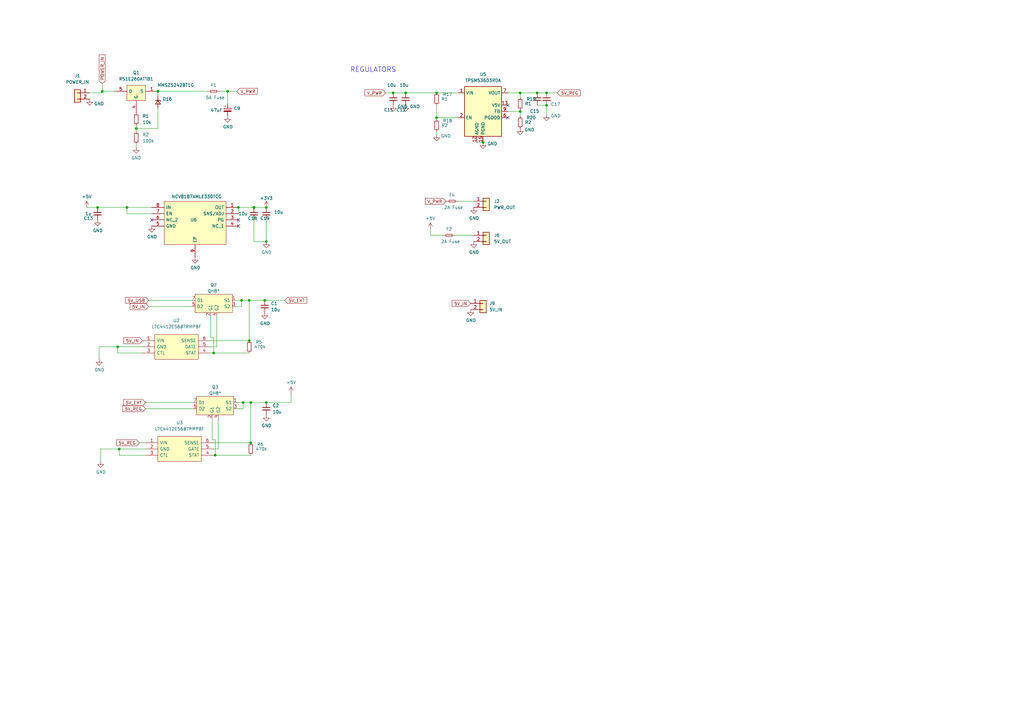
<source format=kicad_sch>
(kicad_sch (version 20250114) (generator "eeschema") (generator_version "9.0")
  (paper "A3")
  (lib_symbols
    (symbol "Connector_Generic:Conn_01x02" (pin_names (offset 1.016) (hide yes))
      (property "Reference" "J" (at 0 2.54 0))
      (property "Value" "Conn_01x02" (at 0 -5.08 0))
      (symbol "Conn_01x02_1_1"
        (rectangle (start -1.27 1.27) (end 1.27 -3.81) (stroke (width 0.254)) (fill (type background)))
        (rectangle (start -1.27 0.127) (end 0 -0.127) (stroke (width 0.1524)))
        (rectangle (start -1.27 -2.413) (end 0 -2.667) (stroke (width 0.1524)))
        (pin passive line (at -5.08 0 0) (length 3.81) (name "Pin_1") (number "1"))
        (pin passive line (at -5.08 -2.54 0) (length 3.81) (name "Pin_2") (number "2"))
      )
    )
    (symbol "Converter_DCDC:TPSM53603RDA"
      (property "Reference" "U" (at 0 15.24 0))
      (property "Value" "TPSM53603RDA" (at 0 12.7 0))
      (symbol "TPSM53603RDA_0_1"
        (rectangle (start 7.62 10.16) (end -7.62 -10.16) (stroke (width 0.254)) (fill (type background)))
      )
      (symbol "TPSM53603RDA_1_1"
        (pin power_in line (at -10.16 7.62 0) (length 2.54) (name "VIN") (number "1"))
        (pin passive line (at -10.16 7.62 0) (length 2.54) (hide yes) (name "VIN") (number "14"))
        (pin input line (at -10.16 -2.54 0) (length 2.54) (name "EN") (number "2"))
        (pin no_connect line (at -7.62 2.54 0) (length 2.54) (hide yes) (name "DNC") (number "4"))
        (pin no_connect line (at -7.62 0 0) (length 2.54) (hide yes) (name "DNC") (number "5"))
        (pin power_in line (at -2.54 -12.7 90) (length 2.54) (name "AGND") (number "12"))
        (pin passive line (at 0 -12.7 90) (length 2.54) (hide yes) (name "PGND") (number "10"))
        (pin passive line (at 0 -12.7 90) (length 2.54) (hide yes) (name "PGND") (number "11"))
        (pin power_in line (at 0 -12.7 90) (length 2.54) (name "PGND") (number "15"))
        (pin passive line (at 0 -12.7 90) (length 2.54) (hide yes) (name "PGND") (number "3"))
        (pin power_out line (at 10.16 7.62 180) (length 2.54) (name "VOUT") (number "7"))
        (pin passive line (at 10.16 7.62 180) (length 2.54) (hide yes) (name "VOUT") (number "8"))
        (pin output line (at 10.16 2.54 180) (length 2.54) (name "V5V") (number "13"))
        (pin input line (at 10.16 0 180) (length 2.54) (name "FB") (number "9"))
        (pin open_collector line (at 10.16 -2.54 180) (length 2.54) (name "PGOOD") (number "6"))
      )
    )
    (symbol "Device:CP_Small" (pin_numbers (hide yes)) (pin_names (offset 0.254) (hide yes))
      (property "Reference" "C" (at 0.254 1.778 0))
      (property "Value" "CP_Small" (at 0.254 -2.032 0))
      (symbol "CP_Small_0_1"
        (rectangle (start -1.524 0.6858) (end 1.524 0.3048))
        (rectangle (start -1.524 -0.3048) (end 1.524 -0.6858) (fill (type outline)))
        (polyline (pts (xy -1.27 1.524) (xy -0.762 1.524)))
        (polyline (pts (xy -1.016 1.27) (xy -1.016 1.778)))
      )
      (symbol "CP_Small_1_1"
        (pin passive line (at 0 2.54 270) (length 1.8542) (name "~") (number "1"))
        (pin passive line (at 0 -2.54 90) (length 1.8542) (name "~") (number "2"))
      )
    )
    (symbol "Device:C_Small" (pin_numbers (hide yes)) (pin_names (offset 0.254) (hide yes))
      (property "Reference" "C" (at 0.254 1.778 0))
      (property "Value" "C_Small" (at 0.254 -2.032 0))
      (symbol "C_Small_0_1"
        (polyline (pts (xy -1.524 0.508) (xy 1.524 0.508)) (stroke (width 0.3048)))
        (polyline (pts (xy -1.524 -0.508) (xy 1.524 -0.508)) (stroke (width 0.3302)))
      )
      (symbol "C_Small_1_1"
        (pin passive line (at 0 2.54 270) (length 2.032) (name "~") (number "1"))
        (pin passive line (at 0 -2.54 90) (length 2.032) (name "~") (number "2"))
      )
    )
    (symbol "Device:D_Zener_Small" (pin_numbers (hide yes)) (pin_names (offset 0.254) (hide yes))
      (property "Reference" "D" (at 0 2.286 0))
      (property "Value" "D_Zener_Small" (at 0 -2.286 0))
      (symbol "D_Zener_Small_0_1"
        (polyline (pts (xy -0.254 1.016) (xy -0.762 1.016) (xy -0.762 -1.016)) (stroke (width 0.254)))
        (polyline (pts (xy 0.762 1.016) (xy -0.762 0) (xy 0.762 -1.016) (xy 0.762 1.016)) (stroke (width 0.254)))
        (polyline (pts (xy 0.762 0) (xy -0.762 0)))
      )
      (symbol "D_Zener_Small_1_1"
        (pin passive line (at -2.54 0 0) (length 1.778) (name "K") (number "1"))
        (pin passive line (at 2.54 0 180) (length 1.778) (name "A") (number "2"))
      )
    )
    (symbol "Device:Fuse_Small" (pin_numbers (hide yes)) (pin_names (offset 0.254) (hide yes))
      (property "Reference" "F" (at 0 -1.524 0))
      (property "Value" "Fuse_Small" (at 0 1.524 0))
      (symbol "Fuse_Small_0_1"
        (rectangle (start -1.27 0.508) (end 1.27 -0.508))
        (polyline (pts (xy -1.27 0) (xy 1.27 0)))
      )
      (symbol "Fuse_Small_1_1"
        (pin passive line (at -2.54 0 0) (length 1.27) (name "~") (number "1"))
        (pin passive line (at 2.54 0 180) (length 1.27) (name "~") (number "2"))
      )
    )
    (symbol "Device:R_Small" (pin_numbers (hide yes)) (pin_names (offset 0.254) (hide yes))
      (property "Reference" "R" (at 0.762 0.508 0))
      (property "Value" "R_Small" (at 0.762 -1.016 0))
      (symbol "R_Small_0_1"
        (rectangle (start -0.762 1.778) (end 0.762 -1.778) (stroke (width 0.2032)))
      )
      (symbol "R_Small_1_1"
        (pin passive line (at 0 2.54 270) (length 0.762) (name "~") (number "1"))
        (pin passive line (at 0 -2.54 90) (length 0.762) (name "~") (number "2"))
      )
    )
    (symbol "QS8J13TR_1" (pin_names (offset 0.762))
      (property "Reference" "Q2" (at 12.7 -8.89 0))
      (property "Value" "QH8*" (at 12.7 -11.43 0))
      (symbol "QS8J13TR_1_0_0"
        (pin passive line (at 3.81 -15.24 0) (length 1.27) (name "D1") (number "7"))
        (pin passive line (at 3.81 -15.24 0) (length 1.27) (hide yes) (name "D1") (number "8"))
        (pin passive line (at 3.81 -17.78 0) (length 1.27) (name "D2") (number "5"))
        (pin passive line (at 3.81 -17.78 0) (length 1.27) (hide yes) (name "D2") (number "6"))
        (pin passive line (at 11.43 -21.59 90) (length 1.27) (name "G1") (number "2"))
        (pin passive line (at 13.97 -21.59 90) (length 1.27) (name "G2") (number "4"))
        (pin passive line (at 21.59 -15.24 180) (length 1.27) (name "S1") (number "1"))
        (pin passive line (at 21.59 -17.78 180) (length 1.27) (name "S2") (number "3"))
      )
      (symbol "QS8J13TR_1_0_1"
        (rectangle (start 5.08 -12.7) (end 20.32 -20.32) (stroke (width 0.1524)) (fill (type background)))
      )
    )
    (symbol "downloaded_parts:LTC4412ES6#TRMPBF" (pin_names (offset 0.762))
      (property "Reference" "U3" (at 13.97 8.255 0))
      (property "Value" "LTC4412ES6#TRMPBF" (at 13.97 5.715 0))
      (symbol "LTC4412ES6#TRMPBF_0_0"
        (pin passive line (at 0 0 0) (length 5.08) (name "VIN") (number "1"))
        (pin passive line (at 0 -2.54 0) (length 5.08) (name "GND") (number "2"))
        (pin passive line (at 0 -5.08 0) (length 5.08) (name "CTL") (number "3"))
        (pin passive line (at 27.94 0 180) (length 5.08) (name "SENSE") (number "6"))
        (pin passive line (at 27.94 -2.54 180) (length 5.08) (name "GATE") (number "5"))
        (pin passive line (at 27.94 -5.08 180) (length 5.08) (name "STAT") (number "4"))
      )
      (symbol "LTC4412ES6#TRMPBF_0_1"
        (polyline (pts (xy 5.08 2.54) (xy 22.86 2.54) (xy 22.86 -7.62) (xy 5.08 -7.62) (xy 5.08 2.54)) (stroke (width 0.1524)) (fill (type background)))
      )
    )
    (symbol "downloaded_parts:NCV8187AMLE330TCG" (pin_names (offset 0.762))
      (property "Reference" "U11" (at -17.78 8.255 0))
      (property "Value" "NCV8187AMLE330TCG" (at -17.78 5.715 0))
      (symbol "NCV8187AMLE330TCG_0_0"
        (pin passive line (at 0 0 0) (length 5.08) (name "OUT") (number "1"))
        (pin passive line (at 0 -2.54 0) (length 5.08) (name "SNS/ADJ") (number "2"))
        (pin passive line (at 0 -5.08 0) (length 5.08) (name "PG") (number "3"))
        (pin passive line (at 0 -7.62 0) (length 5.08) (name "NC_1") (number "4"))
        (pin passive line (at 17.78 -20.32 90) (length 5.08) (name "EP") (number "9"))
        (pin passive line (at 35.56 0 180) (length 5.08) (name "IN") (number "8"))
        (pin passive line (at 35.56 -2.54 180) (length 5.08) (name "EN") (number "7"))
        (pin passive line (at 35.56 -5.08 180) (length 5.08) (name "NC_2") (number "6"))
        (pin passive line (at 35.56 -7.62 180) (length 5.08) (name "GND") (number "5"))
      )
      (symbol "NCV8187AMLE330TCG_0_1"
        (polyline (pts (xy 5.08 2.54) (xy 30.48 2.54) (xy 30.48 -15.24) (xy 5.08 -15.24) (xy 5.08 2.54)) (stroke (width 0.1524)) (fill (type background)))
      )
    )
    (symbol "downloaded_parts:RS1E260ATTB1" (pin_names (offset 0.762))
      (property "Reference" "Q?" (at 12.7 7.62 0))
      (property "Value" "RS1E260ATTB1" (at 12.7 5.08 0))
      (symbol "RS1E260ATTB1_0_0"
        (pin passive line (at 0 0 0) (length 5.08) (name "S") (number "1"))
        (pin passive line (at 0 0 0) (length 5.08) (hide yes) (name "S") (number "2"))
        (pin passive line (at 0 0 0) (length 5.08) (hide yes) (name "S") (number "3"))
        (pin passive line (at 8.89 -8.89 90) (length 5.08) (name "G") (number "4"))
        (pin passive line (at 17.78 0 180) (length 5.08) (name "D") (number "5"))
        (pin passive line (at 17.78 0 180) (length 5.08) (hide yes) (name "D") (number "6"))
        (pin passive line (at 17.78 0 180) (length 5.08) (hide yes) (name "D") (number "7"))
        (pin passive line (at 17.78 0 180) (length 5.08) (hide yes) (name "D") (number "8"))
        (pin passive line (at 17.78 0 180) (length 5.08) (hide yes) (name "D") (number "9"))
      )
      (symbol "RS1E260ATTB1_0_1"
        (rectangle (start 5.08 2.54) (end 12.7 -3.81) (stroke (width 0.1524)) (fill (type background)))
      )
    )
    (symbol "power:+3.3V" (power) (pin_names (offset 0))
      (property "Value" "+3.3V" (at 0 3.556 0))
      (symbol "+3.3V_0_1"
        (polyline (pts (xy -0.762 1.27) (xy 0 2.54)))
        (polyline (pts (xy 0 2.54) (xy 0.762 1.27)))
        (polyline (pts (xy 0 0) (xy 0 2.54)))
      )
      (symbol "+3.3V_1_1"
        (pin power_in line (at 0 0 90) (length 0) (hide yes) (name "+3V3") (number "1"))
      )
    )
    (symbol "power:+5V" (power) (pin_names (offset 0))
      (property "Value" "+5V" (at 0 3.556 0))
      (symbol "+5V_0_1"
        (polyline (pts (xy -0.762 1.27) (xy 0 2.54)))
        (polyline (pts (xy 0 2.54) (xy 0.762 1.27)))
        (polyline (pts (xy 0 0) (xy 0 2.54)))
      )
      (symbol "+5V_1_1"
        (pin power_in line (at 0 0 90) (length 0) (hide yes) (name "+5V") (number "1"))
      )
    )
    (symbol "power:GND" (power) (pin_names (offset 0))
      (property "Value" "GND" (at 0 -3.81 0))
      (symbol "GND_0_1"
        (polyline (pts (xy 0 0) (xy 0 -1.27) (xy 1.27 -1.27) (xy 0 -2.54) (xy -1.27 -1.27) (xy 0 -1.27)))
      )
      (symbol "GND_1_1"
        (pin power_in line (at 0 0 270) (length 0) (hide yes) (name "GND") (number "1"))
      )
    )
  )
  (text "REGULATORS" (at 162.56 29.845 0) (effects (font (size 2 2)) (justify right bottom)))
  (junction (at 109.22 165.1))
  (junction (at 55.88 52.705))
  (junction (at 41.91 37.465))
  (junction (at 102.87 181.61))
  (junction (at 48.895 184.15))
  (junction (at 93.345 37.465))
  (junction (at 102.235 139.7))
  (junction (at 52.07 85.09))
  (junction (at 224.155 43.18))
  (junction (at 179.07 38.1))
  (junction (at 88.265 186.69))
  (junction (at 64.77 37.465))
  (junction (at 179.07 48.26))
  (junction (at 102.235 123.19))
  (junction (at 224.155 38.1))
  (junction (at 213.36 45.72))
  (junction (at 102.87 165.1))
  (junction (at 99.06 123.19))
  (junction (at 48.26 142.24))
  (junction (at 109.22 99.06))
  (junction (at 109.22 85.09))
  (junction (at 198.12 58.42))
  (junction (at 108.585 123.19))
  (junction (at 40.005 85.09))
  (junction (at 220.345 38.1))
  (junction (at 161.29 38.1))
  (junction (at 99.695 165.1))
  (junction (at 104.14 85.09) (diameter 1.016))
  (junction (at 97.79 85.09))
  (junction (at 213.36 38.1))
  (junction (at 87.63 144.78))
  (junction (at 166.37 38.1))
  (no_connect (at 97.79 90.17))
  (no_connect (at 208.28 43.18))
  (no_connect (at 208.28 48.26))
  (no_connect (at 97.79 92.71))
  (no_connect (at 62.23 90.17))
  (wire (pts (xy 186.69 96.52) (xy 194.31 96.52)))
  (wire (pts (xy 87.63 186.69) (xy 88.265 186.69)))
  (wire (pts (xy 41.91 34.29) (xy 41.91 37.465)))
  (wire (pts (xy 213.36 45.72) (xy 213.36 47.625)))
  (wire (pts (xy 99.695 165.1) (xy 102.87 165.1)))
  (wire (pts (xy 87.63 184.15) (xy 89.535 184.15)))
  (wire (pts (xy 59.69 165.1) (xy 79.375 165.1)))
  (wire (pts (xy 97.79 85.09) (xy 97.79 87.63)))
  (wire (pts (xy 99.06 123.19) (xy 102.235 123.19)))
  (wire (pts (xy 41.91 37.465) (xy 46.99 37.465)))
  (wire (pts (xy 187.96 82.55) (xy 194.31 82.55)))
  (wire (pts (xy 64.77 37.465) (xy 64.77 39.37)))
  (wire (pts (xy 176.53 96.52) (xy 181.61 96.52)))
  (wire (pts (xy 166.37 38.1) (xy 179.07 38.1)))
  (wire (pts (xy 40.005 85.09) (xy 52.07 85.09)))
  (wire (pts (xy 96.52 125.73) (xy 99.06 125.73)))
  (wire (pts (xy 89.535 184.15) (xy 89.535 171.45)))
  (wire (pts (xy 179.07 53.975) (xy 179.07 55.245)))
  (wire (pts (xy 213.36 45.72) (xy 208.28 45.72)))
  (wire (pts (xy 97.79 85.09) (xy 104.14 85.09)))
  (wire (pts (xy 195.58 58.42) (xy 198.12 58.42)))
  (wire (pts (xy 86.36 142.24) (xy 88.9 142.24)))
  (wire (pts (xy 99.695 167.64) (xy 99.695 165.1)))
  (wire (pts (xy 88.265 186.69) (xy 102.87 186.69)))
  (wire (pts (xy 52.07 87.63) (xy 62.23 87.63)))
  (wire (pts (xy 41.91 37.465) (xy 41.91 38.1)))
  (wire (pts (xy 220.345 38.1) (xy 224.155 38.1)))
  (wire (pts (xy 102.235 123.19) (xy 108.585 123.19)))
  (wire (pts (xy 220.345 43.18) (xy 224.155 43.18)))
  (wire (pts (xy 104.14 90.17) (xy 104.14 99.06)))
  (wire (pts (xy 224.155 38.1) (xy 228.6 38.1)))
  (wire (pts (xy 213.36 38.1) (xy 220.345 38.1)))
  (wire (pts (xy 40.64 142.24) (xy 40.64 147.32)))
  (wire (pts (xy 109.22 165.1) (xy 119.38 165.1)))
  (wire (pts (xy 213.36 45.085) (xy 213.36 45.72)))
  (wire (pts (xy 213.36 38.1) (xy 213.36 40.005)))
  (wire (pts (xy 58.42 144.78) (xy 48.26 144.78)))
  (wire (pts (xy 88.265 180.34) (xy 88.265 186.69)))
  (wire (pts (xy 64.77 44.45) (xy 64.77 52.705)))
  (wire (pts (xy 36.83 38.1) (xy 41.91 38.1)))
  (wire (pts (xy 102.87 165.1) (xy 102.87 181.61)))
  (wire (pts (xy 93.345 37.465) (xy 93.345 42.545)))
  (wire (pts (xy 55.88 51.435) (xy 55.88 52.705)))
  (wire (pts (xy 161.29 38.1) (xy 166.37 38.1)))
  (wire (pts (xy 59.69 186.69) (xy 48.895 186.69)))
  (wire (pts (xy 102.235 123.19) (xy 102.235 139.7)))
  (wire (pts (xy 119.38 161.29) (xy 119.38 165.1)))
  (wire (pts (xy 158.115 38.1) (xy 161.29 38.1)))
  (wire (pts (xy 60.96 125.73) (xy 78.74 125.73)))
  (wire (pts (xy 86.995 171.45) (xy 86.995 180.34)))
  (wire (pts (xy 59.69 167.64) (xy 79.375 167.64)))
  (wire (pts (xy 48.26 142.24) (xy 58.42 142.24)))
  (wire (pts (xy 88.9 142.24) (xy 88.9 129.54)))
  (wire (pts (xy 55.88 60.325) (xy 55.88 59.055)))
  (wire (pts (xy 86.36 129.54) (xy 86.36 138.43)))
  (wire (pts (xy 41.275 184.15) (xy 41.275 189.23)))
  (wire (pts (xy 90.17 37.465) (xy 93.345 37.465)))
  (wire (pts (xy 60.96 123.19) (xy 78.74 123.19)))
  (wire (pts (xy 52.07 85.09) (xy 62.23 85.09)))
  (wire (pts (xy 109.22 90.17) (xy 109.22 99.06)))
  (wire (pts (xy 40.64 142.24) (xy 48.26 142.24)))
  (wire (pts (xy 48.26 144.78) (xy 48.26 142.24)))
  (wire (pts (xy 97.155 167.64) (xy 99.695 167.64)))
  (wire (pts (xy 93.345 37.465) (xy 97.155 37.465)))
  (wire (pts (xy 179.07 38.1) (xy 187.96 38.1)))
  (wire (pts (xy 208.28 38.1) (xy 213.36 38.1)))
  (wire (pts (xy 97.155 165.1) (xy 99.695 165.1)))
  (wire (pts (xy 48.895 186.69) (xy 48.895 184.15)))
  (wire (pts (xy 41.275 184.15) (xy 48.895 184.15)))
  (wire (pts (xy 64.77 37.465) (xy 85.09 37.465)))
  (wire (pts (xy 48.895 184.15) (xy 59.69 184.15)))
  (wire (pts (xy 104.14 85.09) (xy 109.22 85.09)))
  (wire (pts (xy 52.07 87.63) (xy 52.07 85.09)))
  (wire (pts (xy 57.15 181.61) (xy 59.69 181.61)))
  (wire (pts (xy 35.56 85.09) (xy 40.005 85.09)))
  (wire (pts (xy 87.63 138.43) (xy 87.63 144.78)))
  (wire (pts (xy 55.88 52.705) (xy 64.77 52.705)))
  (wire (pts (xy 108.585 123.19) (xy 116.84 123.19)))
  (wire (pts (xy 86.36 139.7) (xy 102.235 139.7)))
  (wire (pts (xy 176.53 93.98) (xy 176.53 96.52)))
  (wire (pts (xy 102.87 165.1) (xy 109.22 165.1)))
  (wire (pts (xy 224.155 43.18) (xy 224.155 46.99)))
  (wire (pts (xy 86.995 180.34) (xy 88.265 180.34)))
  (wire (pts (xy 86.36 138.43) (xy 87.63 138.43)))
  (wire (pts (xy 179.07 48.895) (xy 179.07 48.26)))
  (wire (pts (xy 86.36 144.78) (xy 87.63 144.78)))
  (wire (pts (xy 179.07 43.18) (xy 179.07 48.26)))
  (wire (pts (xy 96.52 123.19) (xy 99.06 123.19)))
  (wire (pts (xy 87.63 144.78) (xy 102.235 144.78)))
  (wire (pts (xy 179.07 48.26) (xy 187.96 48.26)))
  (wire (pts (xy 99.06 125.73) (xy 99.06 123.19)))
  (wire (pts (xy 87.63 181.61) (xy 102.87 181.61)))
  (wire (pts (xy 104.14 99.06) (xy 109.22 99.06)))
  (wire (pts (xy 55.88 52.705) (xy 55.88 53.975)))
  (global_label "5V_REG" (shape input) (at 228.6 38.1 0) (property "Intersheetrefs" "${INTERSHEET_REFS}" (effects (hide yes))))
  (global_label "5V_USB" (shape input) (at 60.96 123.19 180) (property "Intersheetrefs" "${INTERSHEET_REFS}" (effects (hide yes))))
  (global_label "V_PWR" (shape input) (at 158.115 38.1 180) (property "Intersheetrefs" "${INTERSHEET_REFS}" (effects (hide yes))))
  (global_label "5V_REG" (shape input) (at 57.15 181.61 180) (property "Intersheetrefs" "${INTERSHEET_REFS}" (effects (hide yes))))
  (global_label "5V_IN" (shape input) (at 193.04 124.46 180) (property "Intersheetrefs" "${INTERSHEET_REFS}" (effects (hide yes))))
  (global_label "V_PWR" (shape input) (at 97.155 37.465 0) (property "Intersheetrefs" "${INTERSHEET_REFS}" (effects (hide yes))))
  (global_label "POWER_IN" (shape input) (at 41.91 34.29 90) (property "Intersheetrefs" "${INTERSHEET_REFS}" (effects (hide yes))))
  (global_label "5V_IN" (shape input) (at 60.96 125.73 180) (property "Intersheetrefs" "${INTERSHEET_REFS}" (effects (hide yes))))
  (global_label "5V_EXT" (shape input) (at 59.69 165.1 180) (property "Intersheetrefs" "${INTERSHEET_REFS}" (effects (hide yes))))
  (global_label "5V_EXT" (shape input) (at 116.84 123.19 0) (property "Intersheetrefs" "${INTERSHEET_REFS}" (effects (hide yes))))
  (global_label "5V_REG" (shape input) (at 59.69 167.64 180) (property "Intersheetrefs" "${INTERSHEET_REFS}" (effects (hide yes))))
  (global_label "V_PWR" (shape input) (at 182.88 82.55 180) (property "Intersheetrefs" "${INTERSHEET_REFS}" (effects (hide yes))))
  (global_label "5V_IN" (shape input) (at 58.42 139.7 180) (property "Intersheetrefs" "${INTERSHEET_REFS}" (effects (hide yes))))
  (symbol (lib_id "Device:R_Small") (at 102.235 142.24 0) (unit 1)
    (property "Reference" "R5" (at 104.775 140.335 0) (effects (justify left)))
    (property "Value" "470k" (at 104.14 142.24 0) (effects (justify left)))
    (property "Footprint" "Resistor_SMD:R_0603_1608Metric" (effects (hide yes)))
  )
  (symbol (lib_id "power:+5V") (at 176.53 93.98 0) (unit 1)
    (property "Reference" "#PWR0139" (effects (hide yes)))
    (property "Value" "+5V" (at 176.53 89.535 0))
  )
  (symbol (lib_id "power:GND") (at 108.585 128.27 0) (unit 1)
    (property "Reference" "#PWR09" (effects (hide yes)))
    (property "Value" "GND" (at 108.712 132.6642 0))
  )
  (symbol (lib_id "power:GND") (at 109.22 99.06 0) (unit 1)
    (property "Reference" "#PWR038" (effects (hide yes)))
    (property "Value" "GND" (at 109.347 103.4542 0))
  )
  (symbol (lib_id "Connector_Generic:Conn_01x02") (at 199.39 96.52 0) (unit 1)
    (property "Reference" "J6" (at 202.565 96.5199 0) (effects (justify left)))
    (property "Value" "5V_OUT" (at 202.565 99.0599 0) (effects (justify left)))
    (property "Footprint" "Connector_JST:JST_PH_B2B-PH-K_1x02_P2.00mm_Vertical" (effects (hide yes)))
  )
  (symbol (lib_name "QS8J13TR_1") (lib_id "downloaded_parts:QS8J13TR") (at 74.93 107.95 0) (unit 1)
    (property "Reference" "Q2" (at 87.63 116.84 0))
    (property "Value" "QH8*" (at 87.63 119.38 0))
    (property "Footprint" "downloaded_parts:SOTFL65P280X85-8N" (effects (hide yes)))
    (property "Datasheet" "https://componentsearchengine.com/Datasheets/2/QS8J13TR.pdf" (effects (hide yes)))
    (property "Description" "ROHM QS8J13TR Dual P-channel MOSFET, 5.5 A, 12 V QS8J13, 8-Pin TSMT" (effects (hide yes)))
    (property "Height" "0.85" (effects (hide yes)))
    (property "Mouser Part Number" "755-QS8J13TR" (effects (hide yes)))
    (property "Mouser Price/Stock" "https://www.mouser.co.uk/ProductDetail/ROHM-Semiconductor/QS8J13TR?qs=npTsUczJOtP3sGUrpa9HZA%3D%3D" (effects (hide yes)))
    (property "Manufacturer_Name" "ROHM Semiconductor" (effects (hide yes)))
    (property "Manufacturer_Part_Number" "QS8J13TR" (effects (hide yes)))
  )
  (symbol (lib_id "downloaded_parts:LTC4412ES6#TRMPBF") (at 59.69 181.61 0) (unit 1)
    (property "Reference" "U3" (at 73.66 173.355 0))
    (property "Value" "LTC4412ES6#TRMPBF" (at 73.66 175.895 0))
    (property "Footprint" "downloaded_parts:SOT95P280X100-6N" (effects (hide yes)))
    (property "Datasheet" "http://cds.linear.com/docs/en/datasheet/4412fb.pdf" (effects (hide yes)))
    (property "Description" "Hot Swap Controller LTC4412ES6#TRMPBF, Positive Voltage, 2.5  28 V, TSOT-23, 6-Pin" (effects (hide yes)))
    (property "Height" "1" (effects (hide yes)))
    (property "Mouser Part Number" "584-LTC4412ES6TRMPBF" (effects (hide yes)))
    (property "Mouser Price/Stock" "https://www.mouser.co.uk/ProductDetail/Analog-Devices-Linear-Technology/LTC4412ES6TRMPBF?qs=hVkxg5c3xu8vBeVp9%252BXk%252Bg%3D%3D" (effects (hide yes)))
    (property "Manufacturer_Name" "Linear Technology" (effects (hide yes)))
    (property "Manufacturer_Part_Number" "LTC4412ES6#TRMPBF" (effects (hide yes)))
  )
  (symbol (lib_id "downloaded_parts:RS1E260ATTB1") (at 64.77 37.465 0) (mirror y) (unit 1)
    (property "Reference" "Q1" (at 55.88 29.845 0))
    (property "Value" "RS1E260ATTB1" (at 55.88 32.385 0))
    (property "Footprint" "downloaded_parts:RS1E260ATTB1" (effects (hide yes)))
    (property "Datasheet" "https://www.rohm.com/datasheet/RS1E260AT/rs1e260attb1-e" (effects (hide yes)))
    (property "Description" "RS1E260ATTB1 P-Channel MOSFET, 80 A, 30 V RS1E260AT, 8-Pin HSOP ROHM" (effects (hide yes)))
    (property "Height" "1.1" (effects (hide yes)))
    (property "Mouser Part Number" "755-RS1E260ATTB1" (effects (hide yes)))
    (property "Mouser Price/Stock" "https://www.mouser.co.uk/ProductDetail/ROHM-Semiconductor/RS1E260ATTB1/?qs=F5EMLAvA7IDyVBE6NobVaw%3D%3D" (effects (hide yes)))
    (property "Manufacturer_Name" "ROHM Semiconductor" (effects (hide yes)))
    (property "Manufacturer_Part_Number" "RS1E260ATTB1" (effects (hide yes)))
  )
  (symbol (lib_id "power:GND") (at 36.83 40.64 0) (unit 1)
    (property "Reference" "#PWR03" (effects (hide yes)))
    (property "Value" "GND" (at 40.64 42.545 0))
  )
  (symbol (lib_id "power:GND") (at 40.64 147.32 0) (unit 1)
    (property "Reference" "#PWR08" (effects (hide yes)))
    (property "Value" "GND" (at 40.767 151.7142 0))
  )
  (symbol (lib_id "Device:R_Small") (at 55.88 48.895 0) (unit 1)
    (property "Reference" "R1" (at 58.42 47.6249 0) (effects (justify left)))
    (property "Value" "10k" (at 58.42 50.1649 0) (effects (justify left)))
    (property "Footprint" "Resistor_SMD:R_0603_1608Metric" (effects (hide yes)))
  )
  (symbol (lib_id "Device:R_Small") (at 213.36 50.165 0) (unit 1)
    (property "Reference" "R20" (at 215.9 48.26 0) (effects (justify left)))
    (property "Value" "R2" (at 215.265 50.165 0) (effects (justify left)))
    (property "Footprint" "Resistor_SMD:R_0603_1608Metric" (effects (hide yes)))
  )
  (symbol (lib_id "power:GND") (at 179.07 55.245 0) (unit 1)
    (property "Reference" "#PWR029" (effects (hide yes)))
    (property "Value" "GND" (at 182.88 55.7594 0))
  )
  (symbol (lib_id "downloaded_parts:LTC4412ES6#TRMPBF") (at 58.42 139.7 0) (unit 1)
    (property "Reference" "U2" (at 72.39 131.445 0))
    (property "Value" "LTC4412ES6#TRMPBF" (at 72.39 133.985 0))
    (property "Footprint" "downloaded_parts:SOT95P280X100-6N" (effects (hide yes)))
    (property "Datasheet" "http://cds.linear.com/docs/en/datasheet/4412fb.pdf" (effects (hide yes)))
    (property "Description" "Hot Swap Controller LTC4412ES6#TRMPBF, Positive Voltage, 2.5  28 V, TSOT-23, 6-Pin" (effects (hide yes)))
    (property "Height" "1" (effects (hide yes)))
    (property "Mouser Part Number" "584-LTC4412ES6TRMPBF" (effects (hide yes)))
    (property "Mouser Price/Stock" "https://www.mouser.co.uk/ProductDetail/Analog-Devices-Linear-Technology/LTC4412ES6TRMPBF?qs=hVkxg5c3xu8vBeVp9%252BXk%252Bg%3D%3D" (effects (hide yes)))
    (property "Manufacturer_Name" "Linear Technology" (effects (hide yes)))
    (property "Manufacturer_Part_Number" "LTC4412ES6#TRMPBF" (effects (hide yes)))
  )
  (symbol (lib_id "power:GND") (at 224.155 46.99 0) (unit 1)
    (property "Reference" "#PWR035" (effects (hide yes)))
    (property "Value" "GND" (at 227.965 47.5044 0))
  )
  (symbol (lib_id "Connector_Generic:Conn_01x02") (at 198.12 124.46 0) (unit 1)
    (property "Reference" "J9" (at 200.66 124.4599 0) (effects (justify left)))
    (property "Value" "5V_IN" (at 200.66 126.9999 0) (effects (justify left)))
    (property "Footprint" "Connector_JST:JST_PH_B2B-PH-K_1x02_P2.00mm_Vertical" (effects (hide yes)))
  )
  (symbol (lib_id "power:GND") (at 198.12 58.42 0) (unit 1)
    (property "Reference" "#PWR031" (effects (hide yes)))
    (property "Value" "GND" (at 201.93 58.9344 0))
  )
  (symbol (lib_id "power:GND") (at 161.29 43.18 0) (unit 1)
    (property "Reference" "#PWR022" (effects (hide yes)))
    (property "Value" "GND" (at 165.1 43.6944 0))
  )
  (symbol (lib_id "power:GND") (at 80.01 105.41 0) (unit 1)
    (property "Reference" "#PWR033" (effects (hide yes)))
    (property "Value" "GND" (at 80.137 109.8042 0))
  )
  (symbol (lib_id "Device:C_Small") (at 108.585 125.73 0) (unit 1)
    (property "Reference" "C1" (at 111.125 124.4662 0) (effects (justify left)))
    (property "Value" "10u" (at 111.125 127.0062 0) (effects (justify left)))
    (property "Footprint" "Capacitor_SMD:C_0805_2012Metric" (effects (hide yes)))
  )
  (symbol (lib_id "power:GND") (at 93.345 47.625 0) (unit 1)
    (property "Reference" "#PWR020" (effects (hide yes)))
    (property "Value" "GND" (at 93.472 52.0192 0))
  )
  (symbol (lib_id "Device:R_Small") (at 179.07 51.435 0) (unit 1)
    (property "Reference" "R18" (at 181.61 49.53 0) (effects (justify left)))
    (property "Value" "R2" (at 180.975 51.435 0) (effects (justify left)))
    (property "Footprint" "Resistor_SMD:R_0603_1608Metric" (effects (hide yes)))
  )
  (symbol (lib_id "power:GND") (at 213.36 52.705 0) (unit 1)
    (property "Reference" "#PWR034" (effects (hide yes)))
    (property "Value" "GND" (at 217.17 53.2194 0))
  )
  (symbol (lib_name "QS8J13TR_1") (lib_id "downloaded_parts:QS8J13TR") (at 75.565 149.86 0) (unit 1)
    (property "Reference" "Q3" (at 88.265 158.75 0))
    (property "Value" "QH8*" (at 88.265 161.29 0))
    (property "Footprint" "downloaded_parts:SOTFL65P280X85-8N" (effects (hide yes)))
    (property "Datasheet" "https://componentsearchengine.com/Datasheets/2/QS8J13TR.pdf" (effects (hide yes)))
    (property "Description" "ROHM QS8J13TR Dual P-channel MOSFET, 5.5 A, 12 V QS8J13, 8-Pin TSMT" (effects (hide yes)))
    (property "Height" "0.85" (effects (hide yes)))
    (property "Mouser Part Number" "755-QS8J13TR" (effects (hide yes)))
    (property "Mouser Price/Stock" "https://www.mouser.co.uk/ProductDetail/ROHM-Semiconductor/QS8J13TR?qs=npTsUczJOtP3sGUrpa9HZA%3D%3D" (effects (hide yes)))
    (property "Manufacturer_Name" "ROHM Semiconductor" (effects (hide yes)))
    (property "Manufacturer_Part_Number" "QS8J13TR" (effects (hide yes)))
  )
  (symbol (lib_id "Device:C_Small") (at 109.22 167.64 0) (unit 1)
    (property "Reference" "C2" (at 111.76 166.3762 0) (effects (justify left)))
    (property "Value" "10u" (at 111.76 168.9162 0) (effects (justify left)))
    (property "Footprint" "Capacitor_SMD:C_0805_2012Metric" (effects (hide yes)))
  )
  (symbol (lib_id "Device:R_Small") (at 102.87 184.15 0) (unit 1)
    (property "Reference" "R6" (at 105.41 182.245 0) (effects (justify left)))
    (property "Value" "470k" (at 104.775 184.15 0) (effects (justify left)))
    (property "Footprint" "Resistor_SMD:R_0603_1608Metric" (effects (hide yes)))
  )
  (symbol (lib_id "power:+5V") (at 119.38 161.29 0) (unit 1)
    (property "Reference" "#PWR07" (effects (hide yes)))
    (property "Value" "+5V" (at 119.38 156.845 0))
  )
  (symbol (lib_id "power:GND") (at 55.88 60.325 0) (unit 1)
    (property "Reference" "#PWR05" (effects (hide yes)))
    (property "Value" "GND" (at 55.88 64.77 0))
  )
  (symbol (lib_id "Device:R_Small") (at 213.36 42.545 0) (unit 1)
    (property "Reference" "R19" (at 215.9 40.64 0) (effects (justify left)))
    (property "Value" "R1" (at 215.265 42.545 0) (effects (justify left)))
    (property "Footprint" "Resistor_SMD:R_0603_1608Metric" (effects (hide yes)))
  )
  (symbol (lib_id "power:GND") (at 41.275 189.23 0) (unit 1)
    (property "Reference" "#PWR010" (effects (hide yes)))
    (property "Value" "GND" (at 41.402 193.6242 0))
  )
  (symbol (lib_id "Device:Fuse_Small") (at 185.42 82.55 0) (unit 1)
    (property "Reference" "F4" (at 185.42 80.01 0))
    (property "Value" "2A Fuse" (at 186.055 85.09 0))
    (property "Footprint" "Fuse:Fuse_1206_3216Metric" (effects (hide yes)))
  )
  (symbol (lib_id "downloaded_parts:NCV8187AMLE330TCG") (at 97.79 85.09 0) (mirror y) (unit 1)
    (property "Reference" "U6" (at 79.375 90.17 0))
    (property "Value" "NCV8187AMLE330TCG" (at 80.645 80.645 0))
    (property "Footprint" "downloaded_parts:SON65P300X300X100-9N-D" (effects (hide yes)))
    (property "Datasheet" "https://www.onsemi.com/pdf/datasheet/ncv8187-d.pdf" (effects (hide yes)))
    (property "Description" "LDO Voltage Regulators 1.2 A LOW IQ LOW DROPOUT VOLTAGE REGULATOR WITH POWER GOOD OUTPUT" (effects (hide yes)))
    (property "Height" "1" (effects (hide yes)))
    (property "Mouser Part Number" "863-CV8187AMLE330TCG" (effects (hide yes)))
    (property "Mouser Price/Stock" "https://www.mouser.co.uk/ProductDetail/onsemi/NCV8187AMLE330TCG?qs=HBWAp0VN4RhK8HbhfCLXcQ%3D%3D" (effects (hide yes)))
    (property "Manufacturer_Name" "ON Semiconductor" (effects (hide yes)))
    (property "Manufacturer_Part_Number" "NCV8187AMLE330TCG" (effects (hide yes)))
  )
  (symbol (lib_id "Device:C_Small") (at 220.345 40.64 0) (unit 1)
    (property "Reference" "C15" (at 217.297 45.5929 0) (effects (justify left)))
    (property "Value" "C_Small" (effects (hide yes)))
    (property "Footprint" "Capacitor_SMD:C_1210_3225Metric" (effects (hide yes)))
  )
  (symbol (lib_id "power:+5V") (at 35.56 85.09 0) (unit 1)
    (property "Reference" "#PWR024" (effects (hide yes)))
    (property "Value" "+5V" (at 35.56 80.645 0))
  )
  (symbol (lib_id "Converter_DCDC:TPSM53603RDA") (at 198.12 45.72 0) (unit 1)
    (property "Reference" "U5" (at 198.12 30.48 0))
    (property "Value" "TPSM53603RDA" (at 198.12 33.02 0))
    (property "Footprint" "Package_DFN_QFN:Texas_B3QFN-14-1EP_5x5.5mm_P0.65mm_ThermalVia" (effects (hide yes)))
    (property "Datasheet" "https://www.ti.com/lit/ds/symlink/tpsm53603.pdf" (effects (hide yes)))
  )
  (symbol (lib_id "Device:C_Small") (at 109.22 87.63 0) (unit 1)
    (property "Reference" "C19" (at 106.68 89.535 0) (effects (justify left)))
    (property "Value" "10u" (at 112.395 86.995 0) (effects (justify left)))
    (property "Footprint" "Capacitor_SMD:C_0805_2012Metric" (effects (hide yes)))
  )
  (symbol (lib_id "Device:C_Small") (at 104.14 87.63 0) (unit 1)
    (property "Reference" "C18" (at 101.6 89.535 0) (effects (justify left)))
    (property "Value" "10u" (at 97.79 87.63 0) (effects (justify left)))
    (property "Footprint" "Capacitor_SMD:C_0805_2012Metric" (effects (hide yes)))
  )
  (symbol (lib_id "Device:R_Small") (at 55.88 56.515 0) (unit 1)
    (property "Reference" "R2" (at 58.42 55.2449 0) (effects (justify left)))
    (property "Value" "100k" (at 58.42 57.7849 0) (effects (justify left)))
    (property "Footprint" "Resistor_SMD:R_0603_1608Metric" (effects (hide yes)))
  )
  (symbol (lib_id "power:GND") (at 40.005 90.17 0) (unit 1)
    (property "Reference" "#PWR026" (effects (hide yes)))
    (property "Value" "GND" (at 40.132 94.5642 0))
  )
  (symbol (lib_id "Device:C_Small") (at 40.005 87.63 0) (unit 1)
    (property "Reference" "C13" (at 34.29 89.535 0) (effects (justify left)))
    (property "Value" "1u" (at 34.925 87.63 0) (effects (justify left)))
    (property "Footprint" "Capacitor_SMD:C_0805_2012Metric" (effects (hide yes)))
  )
  (symbol (lib_id "power:GND") (at 166.37 43.18 0) (unit 1)
    (property "Reference" "#PWR023" (effects (hide yes)))
    (property "Value" "GND" (at 170.18 43.6944 0))
  )
  (symbol (lib_id "Device:Fuse_Small") (at 87.63 37.465 0) (unit 1)
    (property "Reference" "F1" (at 87.63 34.925 0))
    (property "Value" "5A Fuse" (at 88.265 40.005 0))
    (property "Footprint" "Fuse:Fuse_1206_3216Metric" (effects (hide yes)))
  )
  (symbol (lib_id "Connector_Generic:Conn_01x02") (at 199.39 82.55 0) (unit 1)
    (property "Reference" "J2" (at 202.565 82.5499 0) (effects (justify left)))
    (property "Value" "PWR_OUT" (at 202.565 85.0899 0) (effects (justify left)))
    (property "Footprint" "Connector_JST:JST_PH_B2B-PH-K_1x02_P2.00mm_Vertical" (effects (hide yes)))
  )
  (symbol (lib_id "power:GND") (at 62.23 92.71 0) (unit 1)
    (property "Reference" "#PWR030" (effects (hide yes)))
    (property "Value" "GND" (at 62.357 97.1042 0))
  )
  (symbol (lib_id "power:GND") (at 194.31 85.09 0) (unit 1)
    (property "Reference" "#PWR0236" (effects (hide yes)))
    (property "Value" "GND" (at 194.437 89.4842 0))
  )
  (symbol (lib_id "Device:D_Zener_Small") (at 64.77 41.91 270) (unit 1)
    (property "Reference" "D16" (at 66.675 40.64 90) (effects (justify left)))
    (property "Value" "MMSZ5242BT1G" (at 64.516 34.925 90) (effects (justify left)))
    (property "Footprint" "Diode_SMD:D_SOD-123" (effects (hide yes)))
  )
  (symbol (lib_id "power:+3.3V") (at 109.22 85.09 0) (unit 1)
    (property "Reference" "#PWR037" (effects (hide yes)))
    (property "Value" "+3V3" (at 109.22 81.28 0))
  )
  (symbol (lib_id "power:GND") (at 194.31 99.06 0) (unit 1)
    (property "Reference" "#PWR0237" (effects (hide yes)))
    (property "Value" "GND" (at 194.437 103.4542 0))
  )
  (symbol (lib_id "Device:Fuse_Small") (at 184.15 96.52 0) (unit 1)
    (property "Reference" "F2" (at 184.15 93.98 0))
    (property "Value" "2A Fuse" (at 184.785 99.06 0))
    (property "Footprint" "Fuse:Fuse_1206_3216Metric" (effects (hide yes)))
  )
  (symbol (lib_id "Device:R_Small") (at 179.07 40.64 0) (unit 1)
    (property "Reference" "R17" (at 181.61 38.735 0) (effects (justify left)))
    (property "Value" "R1" (at 180.975 40.64 0) (effects (justify left)))
    (property "Footprint" "Resistor_SMD:R_0603_1608Metric" (effects (hide yes)))
  )
  (symbol (lib_id "Device:C_Small") (at 161.29 40.64 0) (unit 1)
    (property "Reference" "C11" (at 157.48 45.085 0) (effects (justify left)))
    (property "Value" "10u" (at 158.75 34.925 0) (effects (justify left)))
    (property "Footprint" "Capacitor_SMD:C_1210_3225Metric" (effects (hide yes)))
  )
  (symbol (lib_id "Device:C_Small") (at 166.37 40.64 0) (unit 1)
    (property "Reference" "C12" (at 162.56 45.085 0) (effects (justify left)))
    (property "Value" "10u" (at 163.83 34.925 0) (effects (justify left)))
    (property "Footprint" "Capacitor_SMD:C_1210_3225Metric" (effects (hide yes)))
  )
  (symbol (lib_id "Device:C_Small") (at 224.155 40.64 0) (unit 1)
    (property "Reference" "C17" (at 225.933 42.7989 0) (effects (justify left)))
    (property "Value" "C_Small" (effects (hide yes)))
    (property "Footprint" "Capacitor_SMD:C_1210_3225Metric" (effects (hide yes)))
  )
  (symbol (lib_id "Device:CP_Small") (at 93.345 45.085 0) (unit 1)
    (property "Reference" "C9" (at 95.885 44.4499 0) (effects (justify left)))
    (property "Value" "47uF" (at 86.36 45.212 0) (effects (justify left)))
    (property "Footprint" "Capacitor_SMD:CP_Elec_6.3x5.2" (effects (hide yes)))
  )
  (symbol (lib_id "power:GND") (at 109.22 170.18 0) (unit 1)
    (property "Reference" "#PWR011" (effects (hide yes)))
    (property "Value" "GND" (at 109.347 174.5742 0))
  )
  (symbol (lib_id "Connector_Generic:Conn_01x02") (at 31.75 38.1 0) (mirror y) (unit 1)
    (property "Reference" "J1" (at 31.75 31.115 0))
    (property "Value" "POWER_IN" (at 31.75 33.655 0))
    (property "Footprint" "Connectors_Wuerth_user:691322110002" (effects (hide yes)))
  )
  (symbol (lib_id "power:GND") (at 193.04 127 0) (unit 1)
    (property "Reference" "#PWR04" (effects (hide yes)))
    (property "Value" "GND" (at 193.167 131.3942 0))
  )
)
</source>
